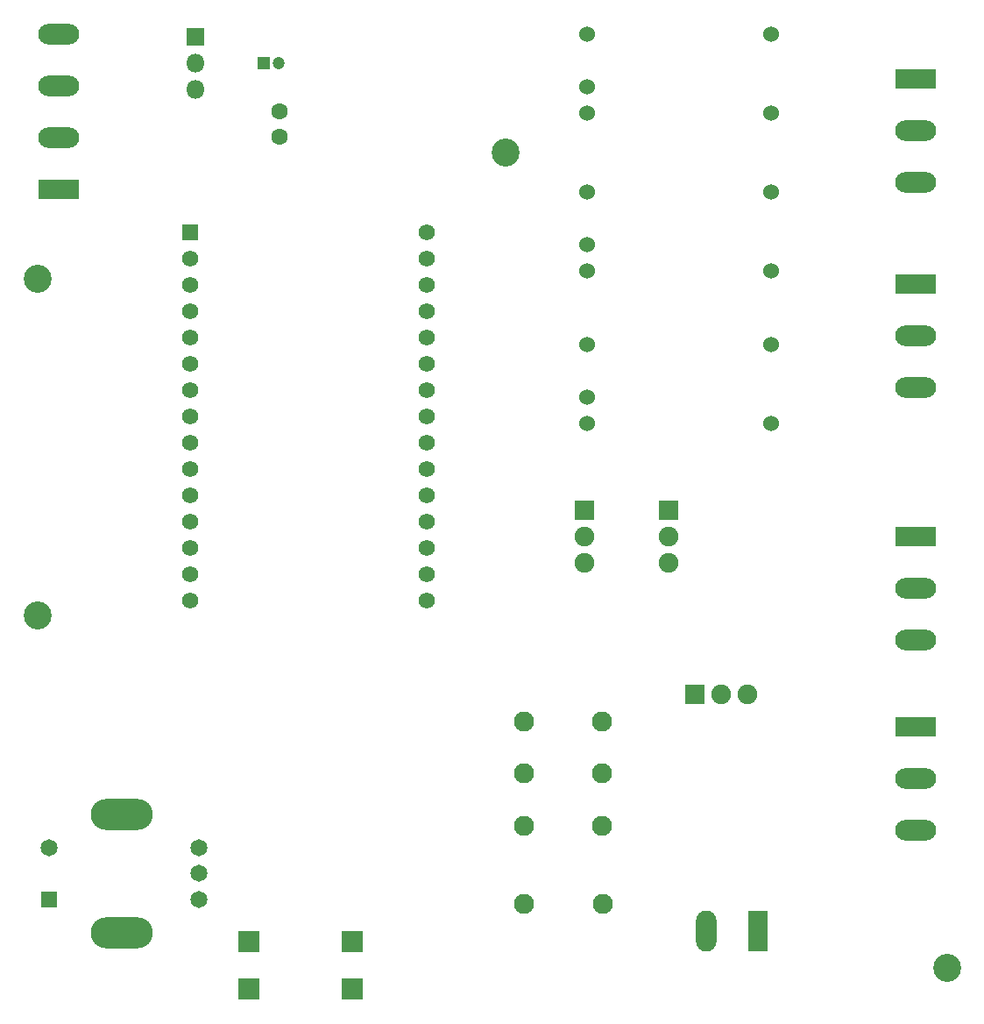
<source format=gbr>
%TF.GenerationSoftware,KiCad,Pcbnew,(5.1.8)-1*%
%TF.CreationDate,Date%
%TF.ProjectId,TasmoTree,5461736d-6f54-4726-9565-2e6b69636164,rev?*%
%TF.SameCoordinates,Original*%
%TF.FileFunction,Soldermask,Bot*%
%TF.FilePolarity,Negative*%
%FSLAX46Y46*%
G04 Gerber Fmt 4.6, Leading zero omitted, Abs format (unit mm)*
G04 Created by KiCad*
%MOMM*%
%LPD*%
G01*
G04 APERTURE LIST*
%ADD10R,1.560000X1.560000*%
%ADD11C,1.560000*%
%ADD12C,1.950000*%
%ADD13C,1.524000*%
%ADD14C,2.700000*%
%ADD15R,1.800000X1.800000*%
%ADD16O,1.800000X1.800000*%
%ADD17R,1.650000X1.650000*%
%ADD18C,1.650000*%
%ADD19O,6.000000X3.000000*%
%ADD20R,1.998980X1.998980*%
%ADD21R,1.910000X1.910000*%
%ADD22C,1.910000*%
%ADD23R,3.960000X1.980000*%
%ADD24O,3.960000X1.980000*%
%ADD25R,1.980000X3.960000*%
%ADD26O,1.980000X3.960000*%
%ADD27C,1.200000*%
%ADD28R,1.200000X1.200000*%
%ADD29C,1.600000*%
G04 APERTURE END LIST*
D10*
%TO.C,U1*%
X113284000Y-71680000D03*
D11*
X113284000Y-74220000D03*
X113284000Y-76760000D03*
X113284000Y-79300000D03*
X113284000Y-81840000D03*
X113284000Y-84380000D03*
X113284000Y-86920000D03*
X113284000Y-89460000D03*
X113284000Y-92000000D03*
X113284000Y-94540000D03*
X113284000Y-97080000D03*
X113284000Y-99620000D03*
X113284000Y-102160000D03*
X113284000Y-104700000D03*
X113284000Y-107240000D03*
X136144000Y-71680000D03*
X136144000Y-74220000D03*
X136144000Y-76760000D03*
X136144000Y-79300000D03*
X136144000Y-81840000D03*
X136144000Y-84380000D03*
X136144000Y-86920000D03*
X136144000Y-89460000D03*
X136144000Y-92000000D03*
X136144000Y-94540000D03*
X136144000Y-97080000D03*
X136144000Y-99620000D03*
X136144000Y-102160000D03*
X136144000Y-104700000D03*
X136144000Y-107240000D03*
%TD*%
D12*
%TO.C,S1*%
X153162000Y-136525000D03*
X145602000Y-136525000D03*
X153102000Y-128970000D03*
X145602000Y-128970000D03*
X153102000Y-123930000D03*
X145602000Y-123930000D03*
X153102000Y-118890000D03*
X145602000Y-118890000D03*
%TD*%
D13*
%TO.C,U5*%
X169418000Y-60198000D03*
X169418000Y-52578000D03*
X151638000Y-52578000D03*
X151638000Y-57658000D03*
X151638000Y-60198000D03*
%TD*%
%TO.C,U4*%
X169418000Y-75438000D03*
X169418000Y-67818000D03*
X151638000Y-67818000D03*
X151638000Y-72898000D03*
X151638000Y-75438000D03*
%TD*%
%TO.C,U3*%
X169418000Y-90170000D03*
X169418000Y-82550000D03*
X151638000Y-82550000D03*
X151638000Y-87630000D03*
X151638000Y-90170000D03*
%TD*%
D14*
%TO.C, *%
X143764000Y-64008000D03*
%TD*%
%TO.C, *%
X98552000Y-76200000D03*
%TD*%
%TO.C, *%
X98552000Y-108712000D03*
%TD*%
%TO.C, *%
X186436000Y-142748000D03*
%TD*%
D15*
%TO.C,U2*%
X113792000Y-52832000D03*
D16*
X113792000Y-55372000D03*
X113792000Y-57912000D03*
%TD*%
D17*
%TO.C,SW1*%
X99680000Y-136104000D03*
D18*
X99680000Y-131104000D03*
X114180000Y-136104000D03*
X114180000Y-133604000D03*
X114180000Y-131104000D03*
D19*
X106680000Y-139304000D03*
X106680000Y-127904000D03*
%TD*%
D20*
%TO.C,R2*%
X128953260Y-140208000D03*
X118950740Y-140208000D03*
%TD*%
%TO.C,R1*%
X128953260Y-144780000D03*
X118950740Y-144780000D03*
%TD*%
D21*
%TO.C,Q3*%
X159512000Y-98542000D03*
D22*
X159512000Y-101092000D03*
X159512000Y-103642000D03*
%TD*%
D21*
%TO.C,Q2*%
X151384000Y-98542000D03*
D22*
X151384000Y-101092000D03*
X151384000Y-103642000D03*
%TD*%
D21*
%TO.C,Q1*%
X162052000Y-116332000D03*
D22*
X164602000Y-116332000D03*
X167152000Y-116332000D03*
%TD*%
D23*
%TO.C,J6*%
X183388000Y-76708000D03*
D24*
X183388000Y-81708000D03*
X183388000Y-86708000D03*
%TD*%
D23*
%TO.C,J5*%
X183388000Y-56896000D03*
D24*
X183388000Y-61896000D03*
X183388000Y-66896000D03*
%TD*%
D23*
%TO.C,J4*%
X183388000Y-101092000D03*
D24*
X183388000Y-106092000D03*
X183388000Y-111092000D03*
%TD*%
D25*
%TO.C,J3*%
X168148000Y-139192000D03*
D26*
X163148000Y-139192000D03*
%TD*%
D23*
%TO.C,J2*%
X183388000Y-119460000D03*
D24*
X183388000Y-124460000D03*
X183388000Y-129460000D03*
%TD*%
D23*
%TO.C,J1*%
X100584000Y-67564000D03*
D24*
X100584000Y-62564000D03*
X100584000Y-52564000D03*
X100584000Y-57564000D03*
%TD*%
D27*
%TO.C,C2*%
X121896000Y-55372000D03*
D28*
X120396000Y-55372000D03*
%TD*%
D29*
%TO.C,C1*%
X121920000Y-62484000D03*
X121920000Y-59984000D03*
%TD*%
M02*

</source>
